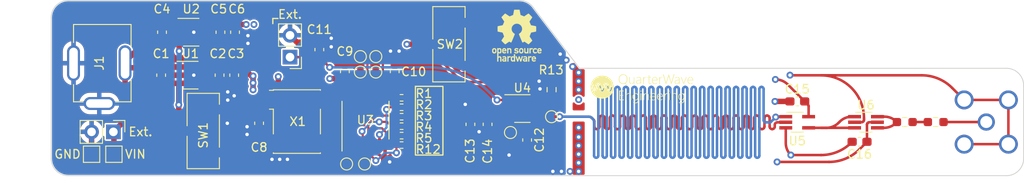
<source format=kicad_pcb>
(kicad_pcb (version 20211014) (generator pcbnew)
  (layers (0 "F.Cu" signal) (1 "In1.Cu" power) (2 "In2.Cu" mixed) (31 "B.Cu" power) (34 "B.Paste" user) (35 "F.Paste" user) (36 "B.SilkS" user "B.Silkscreen") (37 "F.SilkS" user "F.Silkscreen") (38 "B.Mask" user) (39 "F.Mask" user) (44 "Edge.Cuts" user))
  (net 0 "")
  (net 1 "+VDC")
  (net 2 "GND")
  (net 3 "VCC")
  (net 4 "+3V3")
  (net 5 "Net-(C10-Pad1)")
  (net 6 "Net-(C11-Pad1)")
  (net 7 "FTrig")
  (net 8 "Net-(J4-Pad1)")
  (net 9 "Net-(R1-Pad2)")
  (net 10 "Net-(R2-Pad2)")
  (net 11 "Net-(R3-Pad2)")
  (net 12 "Net-(R4-Pad2)")
  (net 13 "Net-(R5-Pad2)")
  (net 14 "Net-(R12-Pad2)")
  (net 15 "Net-(R13-Pad1)")
  (net 16 "Net-(R14-Pad1)")
  (net 17 "Net-(R14-Pad2)")
  (net 18 "PWR")
  (net 20 "Trig")
  (net 23 "Net-(U3-Pad10)")
  (net 24 "Net-(U5-Pad4)")
  (net 25 "Net-(U3-Pad13)")
  (net 26 "Net-(U3-Pad12)")
  (net 27 "Net-(U3-Pad14)")
  (net 28 "Net-(U3-Pad15)")
  (net 29 "Net-(U3-Pad1)")
  (net 30 "Net-(U3-Pad2)")
  (footprint "Symbol:OSHW-Logo_5.7x6mm_SilkScreen" (layer "F.Cu") (at 138.7 122.3)
    (fp_text reference "REF**" hide)
    (fp_text value "OSHW-Logo_5.7x6mm_SilkScreen" hide)
  )
  (footprint "Resistor_SMD:R_0402_1005Metric_Pad0.72x0.64mm_HandSolder" (layer "F.Cu") (at 125.290051 130.637062 180)
    (fp_text reference "R2")
    (fp_text value "0")
  )
  (footprint "Package_TO_SOT_SMD:SOT-23-6_Handsoldering" (layer "F.Cu") (at 139.35 130.786425)
    (fp_text reference "U4")
    (fp_text value "TS5A3159ADBVR")
  )
  (footprint "Capacitor_SMD:C_0603_1608Metric_Pad1.08x0.95mm_HandSolder" (layer "F.Cu") (at 97.3 126.9 -90)
    (fp_text reference "C1")
    (fp_text value "1μF")
  )
  (footprint "Package_TO_SOT_SMD:SOT-23-5_HandSoldering" (layer "F.Cu") (at 100.7 126.9)
    (fp_text reference "U1")
    (fp_text value "MIC5365-3.3YD5")
  )
  (footprint "Resistor_SMD:R_0603_1608Metric_Pad0.98x0.95mm_HandSolder" (layer "F.Cu") (at 142.75 128.586425 90)
    (fp_text reference "R13")
    (fp_text value "10kΩ")
  )
  (footprint "Capacitor_SMD:C_0603_1608Metric_Pad1.08x0.95mm_HandSolder" (layer "F.Cu") (at 124.487551 126.474562 90)
    (fp_text reference "C10")
    (fp_text value "100nF")
  )
  (footprint "TestPoint:TestPoint_Pad_1.5x1.5mm" (layer "F.Cu") (at 91.8 136.1)
    (fp_text reference "VIN")
    (fp_text value "V+")
  )
  (footprint "Package_TO_SOT_SMD:SOT-23-5_HandSoldering" (layer "F.Cu") (at 100.8 121.9)
    (fp_text reference "U2")
    (fp_text value "MIC5365-3.3YD5")
  )
  (footprint "Capacitor_SMD:C_0603_1608Metric_Pad1.08x0.95mm_HandSolder" (layer "F.Cu") (at 135.3 132.623925 -90)
    (fp_text reference "C14")
    (fp_text value "100nF")
  )
  (footprint "Resistor_SMD:R_0402_1005Metric_Pad0.72x0.64mm_HandSolder" (layer "F.Cu") (at 125.287551 129.537062 180)
    (fp_text reference "R1")
    (fp_text value "0")
  )
  (footprint "Oscillator:Oscillator_SMD_Abracon_ASV-4Pin_7.0x5.1mm" (layer "F.Cu") (at 113.1 132.3 -90)
    (fp_text reference "X1")
    (fp_text value "ASV-16MHz")
  )
  (footprint "QuarterWave:logoWithText12mm" (layer "F.Cu") (at 153.3 128.5)
    (fp_text reference "G***" hide)
    (fp_text value "LOGO" hide)
  )
  (footprint "TestPoint:TestPoint_Pad_D1.0mm" (layer "F.Cu") (at 120.487551 126.537062)
    (fp_text reference "8" hide)
    (fp_text value "7.81kHz")
  )
  (footprint "Capacitor_SMD:C_0603_1608Metric_Pad1.08x0.95mm_HandSolder" (layer "F.Cu") (at 105.9 121.9 -90)
    (fp_text reference "C6")
    (fp_text value "100nF")
  )
  (footprint "Package_SO:TSSOP-16_4.4x5mm_P0.65mm" (layer "F.Cu") (at 121.087551 132.137062 90)
    (fp_text reference "U3")
    (fp_text value "4020")
  )
  (footprint "TestPoint:TestPoint_Pad_1.5x1.5mm" (layer "F.Cu") (at 89.2 136.1)
    (fp_text reference "GND")
    (fp_text value "GND")
  )
  (footprint "Resistor_SMD:R_0402_1005Metric_Pad0.72x0.64mm_HandSolder" (layer "F.Cu") (at 125.290051 135.037062 180)
    (fp_text reference "R12")
    (fp_text value "0")
  )
  (footprint "ul_JS102011SCQN:JS102011SCQN" (layer "F.Cu") (at 130.8 123.3 180)
    (fp_text reference "SW2")
    (fp_text value "SW_SPDT")
  )
  (footprint "Resistor_SMD:R_0402_1005Metric_Pad0.72x0.64mm_HandSolder" (layer "F.Cu") (at 125.290051 131.737062 180)
    (fp_text reference "R3")
    (fp_text value "0")
  )
  (footprint "Capacitor_SMD:C_0603_1608Metric_Pad1.08x0.95mm_HandSolder" (layer "F.Cu") (at 105.8 126.9 -90)
    (fp_text reference "C3")
    (fp_text value "100nF")
  )
  (footprint "TestPoint:TestPoint_Pad_D1.0mm" (layer "F.Cu") (at 122.287551 126.537062)
    (fp_text reference "5" hide)
    (fp_text value "62.5kHz")
  )
  (footprint "Capacitor_SMD:C_0603_1608Metric_Pad1.08x0.95mm_HandSolder" (layer "F.Cu") (at 139.9 134.448925 -90)
    (fp_text reference "C12")
    (fp_text value "100nF")
  )
  (footprint "ul_JS102011SCQN:JS102011SCQN" (layer "F.Cu") (at 102.2 133.4 180)
    (fp_text reference "SW1")
    (fp_text value "SW_SPDT")
  )
  (footprint "Capacitor_SMD:C_0603_1608Metric_Pad1.08x0.95mm_HandSolder" (layer "F.Cu") (at 104.2 121.9 -90)
    (fp_text reference "C5")
    (fp_text value "1μF")
  )
  (footprint "Capacitor_SMD:C_0603_1608Metric_Pad1.08x0.95mm_HandSolder" (layer "F.Cu") (at 108.7 132.5 -90)
    (fp_text reference "C8")
    (fp_text value "10nF")
  )
  (footprint "Connector_PinHeader_2.54mm:PinHeader_1x02_P2.54mm_Vertical" (layer "F.Cu") (at 91.74 133.5 -90)
    (fp_text reference "Ext.")
    (fp_text value "Ext.")
  )
  (footprint "Capacitor_SMD:C_0603_1608Metric_Pad1.08x0.95mm_HandSolder" (layer "F.Cu") (at 104.1 126.9 -90)
    (fp_text reference "C2")
    (fp_text value "1μF")
  )
  (footprint "Resistor_SMD:R_0603_1608Metric_Pad0.98x0.95mm_HandSolder" (layer "F.Cu") (at 183.8625 132.356023 180)
    (fp_text reference "R14" hide)
    (fp_text value "10Ω 0.1%")
  )
  (footprint "TestPoint:TestPoint_Pad_D1.0mm" (layer "F.Cu") (at 118.887551 137.237062)
    (fp_text reference "TP9" hide)
    (fp_text value "3.91kHz")
  )
  (footprint "Connector_PinHeader_2.54mm:PinHeader_1x02_P2.54mm_Vertical" (layer "F.Cu") (at 112.3 124.8 180)
    (fp_text reference "Ext.")
    (fp_text value "Ext.")
  )
  (footprint "SMA_RightAngle:SMA-RightAngle" (layer "F.Cu") (at 193.35 132.356023)
    (fp_text reference "J4" hide)
    (fp_text value "50Ω")
  )
  (footprint "Capacitor_SMD:C_0603_1608Metric_Pad1.08x0.95mm_HandSolder" (layer "F.Cu") (at 118.687551 126.474562 90)
    (fp_text reference "C9")
    (fp_text value "100nF")
  )
  (footprint "Capacitor_SMD:C_0603_1608Metric_Pad1.08x0.95mm_HandSolder" (layer "F.Cu") (at 97.4 121.9 -90)
    (fp_text reference "C4")
    (fp_text value "1μF")
  )
  (footprint "TestPoint:TestPoint_Pad_D1.0mm" (layer "F.Cu") (at 120.987551 137.237062)
    (fp_text reference "TP10" hide)
    (fp_text value "1.95kHz")
  )
  (footprint "Resistor_SMD:R_0402_1005Metric_Pad0.72x0.64mm_HandSolder" (layer "F.Cu") (at 125.290051 133.937062 180)
    (fp_text reference "R5")
    (fp_text value "0")
  )
  (footprint "Package_TO_SOT_SMD:SOT-363_SC-70-6_Handsoldering" (layer "F.Cu") (at 179.35 132.38)
    (fp_text reference "U6")
    (fp_text value "74AUC2G34")
  )
  (footprint "Capacitor_SMD:C_0603_1608Metric_Pad1.08x0.95mm_HandSolder" (layer "F.Cu") (at 133.3 132.623925 -90)
    (fp_text reference "C13")
    (fp_text value "1μF")
  )
  (footprint "Capacitor_SMD:C_0603_1608Metric_Pad1.08x0.95mm_HandSolder" (layer "F.Cu") (at 171.35 129.956023)
    (fp_text reference "C15")
    (fp_text value "100nF")
  )
  (footprint "Capacitor_SMD:C_0603_1608Metric_Pad1.08x0.95mm_HandSolder" (layer "F.Cu") (at 178.6 134.656023 180)
    (fp_text reference "C16")
    (fp_text value "100nF")
  )
  (footprint "TestPoint:TestPoint_Pad_D1.0mm" (layer "F.Cu") (at 122.287551 124.737062)
    (fp_text reference "6" hide)
    (fp_text value "31.3kHz")
  )
  (footprint "Capacitor_SMD:C_0603_1608Metric_Pad1.08x0.95mm_HandSolder" (layer "F.Cu") (at 115.712551 123.924948 90)
    (fp_text reference "C11")
    (fp_text value "100nF")
  )
  (footprint "Package_TO_SOT_SMD:SOT-353_SC-70-5_Handsoldering" (layer "F.Cu") (at 171.340052 132.38)
    (fp_text reference "U5")
    (fp_text value "74AUC1G86")
  )
  (footprint "Resistor_SMD:R_0402_1005Metric_Pad0.72x0.64mm_HandSolder" (layer "F.Cu") (at 125.290051 132.837062 180)
    (fp_text reference "R4")
    (fp_text value "0")
  )
  (footprint "KLDX-0202-A:KLDX-0202-A" (layer "F.Cu") (at 87.1 125.5 90)
    (fp_text reference "J1")
    (fp_text value "Barrel_Jack")
  )
  (footprint "TestPoint:TestPoint_Pad_D1.0mm" (layer "F.Cu") (at 137.962551 133.573873)
    (fp_text reference "TP4" hide)
    (fp_text value "FrO")
  )
  (footprint "Resistor_SMD:R_0603_1608Metric_Pad0.98x0.95mm_HandSolder" (layer "F.Cu") (at 187.4625 132.356023 180)
    (fp_text reference "R15" hide)
    (fp_text value "15Ω 0.1%")
  )
  (footprint "TestPoint:TestPoint_Pad_D1.0mm" (layer "F.Cu") (at 142.742551 131.733873)
    (fp_text reference "TP3" hide)
    (fp_text value "Trig")
  )
  (footprint "TestPoint:TestPoint_Pad_D1.0mm" (layer "F.Cu") (at 120.487551 124.737062)
    (fp_text reference "7" hide)
    (fp_text value "15.6kHz")
  )
  (gr_line (start 110.3 120.3) (end 110.3 120.9) (layer "F.SilkS") (width 0.15))
  (gr_line (start 110.9 120.3) (end 110.3 120.3) (layer "F.SilkS") (width 0.15))
  (gr_rect (start 126.9 128.2) (end 130.1 136.2) (layer "F.SilkS") (width 0.15) (fill none))
  (gr_line (start 86.5 118.2) (end 139 118.2) (layer "Edge.Cuts") (width 0.1))
  (gr_line (start 197.7 128.1) (end 197.7 136.6) (layer "Edge.Cuts") (width 0.1))
  (gr_line (start 195.7 138.6) (end 86.5 138.6) (layer "Edge.Cuts") (width 0.1))
  (gr_line (start 84.5 136.6) (end 84.5 120.2) (layer "Edge.Cuts") (width 0.1))
  (gr_line (start 146 126.1) (end 195.7 126.1) (layer "Edge.Cuts") (width 0.1))
  (gr_arc (start 197.7 136.6) (mid 197.114214 138.014214) (end 195.7 138.6) (layer "Edge.Cuts") (width 0.1))
  (gr_arc (start 139 118.2) (mid 139.95577 118.443155) (end 140.67914 119.113497) (layer "Edge.Cuts") (width 0.1))
  (gr_line (start 140.67914 119.113497) (end 146 126.1) (layer "Edge.Cuts") (width 0.1))
  (gr_arc (start 86.5 138.6) (mid 85.085786 138.014214) (end 84.5 136.6) (layer "Edge.Cuts") (width 0.1))
  (gr_arc (start 84.5 120.2) (mid 85.085786 118.785786) (end 86.5 118.2) (layer "Edge.Cuts") (width 0.1))
  (gr_arc (start 195.7 126.1) (mid 197.114214 126.685786) (end 197.7 128.1) (layer "Edge.Cuts") (width 0.1))
  (segment (start 93.6375 126.0375) (end 93.1 125.5) (width 0.635) (layer "F.Cu") (net 1))
  (segment (start 91.8 133.56) (end 91.74 133.5) (width 0.635) (layer "F.Cu") (net 1))
  (segment (start 91.74 133.5) (end 93.1 132.14) (width 0.635) (layer "F.Cu") (net 1))
  (segment (start 98.965978 135.9) (end 93.1 130.034022) (width 0.635) (layer "F.Cu") (net 1))
  (segment (start 97.3 126.0375) (end 93.6375 126.0375) (width 0.635) (layer "F.Cu") (net 1))
  (segment (start 99.45 120.95) (end 97.4875 120.95) (width 0.635) (layer "F.Cu") (net 1))
  (segment (start 105.05 135.9) (end 98.965978 135.9) (width 0.635) (layer "F.Cu") (net 1))
  (segment (start 97.3875 125.95) (end 97.3 126.0375) (width 0.635) (layer "F.Cu") (net 1))
  (segment (start 97.4875 120.95) (end 97.4 121.0375) (width 0.635) (layer "F.Cu") (net 1))
  (segment (start 99.35 125.95) (end 97.3875 125.95) (width 0.635) (layer "F.Cu") (net 1))
  (segment (start 93.1 125.5) (end 93.1 125.3375) (width 0.635) (layer "F.Cu") (net 1))
  (segment (start 93.1 125.3375) (end 97.4 121.0375) (width 0.635) (layer "F.Cu") (net 1))
  (segment (start 93.1 132.14) (end 93.1 130.034022) (width 0.635) (layer "F.Cu") (net 1))
  (segment (start 93.1 130.034022) (end 93.1 125.5) (width 0.635) (layer "F.Cu") (net 1))
  (segment (start 91.8 136.1) (end 91.8 133.56) (width 0.635) (layer "F.Cu") (net 1))
  (segment (start 133.3 133.486425) (end 134.313575 133.486425) (width 0.635) (layer "F.Cu") (net 2))
  (segment (start 170.4875 129.956023) (end 168.75 129.956023) (width 0.635) (layer "F.Cu") (net 2))
  (segment (start 170.516196 126.916196) (end 170.5 126.9) (width 0.29337) (layer "F.Cu") (net 2))
  (segment (start 138.688575 135.311425) (end 137.8 136.2) (width 0.635) (layer "F.Cu") (net 2))
  (segment (start 179.116196 132.099829) (end 179.116196 131.916196) (width 0.29337) (layer "F.Cu") (net 2))
  (segment (start 177.7375 134.656023) (end 177.657989 134.735534) (width 0.29337) (layer "F.Cu") (net 2))
  (segment (start 174.116196 126.916196) (end 170.516196 126.916196) (width 0.29337) (layer "F.Cu") (net 2))
  (segment (start 170.595839 136.195839) (end 170.6 136.2) (width 0.29337) (layer "F.Cu") (net 2))
  (segment (start 98.2625 121.9) (end 97.4 122.7625) (width 0.635) (layer "F.Cu") (net 2))
  (segment (start 190.775 134.931023) (end 195.925 134.931023) (width 0.29337) (layer "F.Cu") (net 2))
  (segment (start 113.102448 123.062448) (end 112.3 122.26) (width 0.635) (layer "F.Cu") (net 2))
  (segment (start 89.2 133.5) (end 89.2 136.1) (width 0.635) (layer "F.Cu") (net 2))
  (segment (start 98.1625 126.9) (end 97.3 127.7625) (width 0.635) (layer "F.Cu") (net 2))
  (segment (start 111.1 134.84) (end 110.1775 134.84) (width 0.635) (layer "F.Cu") (net 2))
  (segment (start 179.012802 132.306776) (end 179.042973 132.276605) (width 0.29337) (layer "F.Cu") (net 2))
  (segment (start 104.0125 127.85) (end 104.1 127.7625) (width 0.635) (layer "F.Cu") (net 2))
  (segment (start 99.45 121.9) (end 98.2625 121.9) (width 0.635) (layer "F.Cu") (net 2))
  (segment (start 138 130.786425) (end 136.517364 130.786425) (width 0.635) (layer "F.Cu") (net 2))
  (segment (start 178.02 132.38) (end 178.836025 132.38) (width 0.29337) (layer "F.Cu") (net 2))
  (segment (start 174.122455 136.2) (end 170.6 136.2) (width 0.29337) (layer "F.Cu") (net 2))
  (segment (start 195.925 129.781023) (end 190.775 129.781023) (width 0.29337) (layer "F.Cu") (net 2))
  (segment (start 190.775 129.781023) (end 189.374639 128.380662) (width 0.29337) (layer "F.Cu") (net 2))
  (segment (start 115.712551 123.062448) (end 113.102448 123.062448) (width 0.635) (layer "F.Cu") (net 2))
  (segment (start 170.010052 133.03) (end 170.010052 134.781625) (width 0.29337) (layer "F.Cu") (net 2))
  (segment (start 99.35 126.9) (end 98.1625 126.9) (width 0.635) (layer "F.Cu") (net 2))
  (segment (start 139.9 135.311425) (end 138.688575 135.311425) (width 0.635) (layer "F.Cu") (net 2))
  (segment (start 185.839105 126.916196) (end 174.116196 126.916196) (width 0.29337) (layer "F.Cu") (net 2))
  (segment (start 123.362551 134.999562) (end 123.362551 136.462551) (width 0.29337) (layer "F.Cu") (net 2))
  (segment (start 135.409618 130.3) (end 132.7 130.3) (width 0.635) (layer "F.Cu") (net 2))
  (segment (start 135.810257 130.493532) (end 135.763171 130.446446) (width 0.635) (layer "F.Cu") (net 2))
  (segment (start 105.8125 122.85) (end 105.9 122.7625) (width 0.635) (layer "F.Cu") (net 2))
  (segment (start 195.925 129.781023) (end 195.925 134.931023) (width 0.29337) (layer "F.Cu") (net 2))
  (segment (start 105.7125 127.85) (end 105.8 127.7625) (width 0.635) (layer "F.Cu") (net 2))
  (segment (start 102.05 127.85) (end 105.7125 127.85) (width 0.635) (layer "F.Cu") (net 2))
  (segment (start 134.313575 133.486425) (end 135.3 133.486425) (width 0.635) (layer "F.Cu") (net 2))
  (segment (start 102.15 122.85) (end 105.8125 122.85) (width 0.635) (layer "F.Cu") (net 2))
  (segment (start 123.362551 136.462551) (end 123.9 137) (width 0.29337) (layer "F.Cu") (net 2))
  (via (at 117.1 122.6) (size 0.8) (drill 0.4) (layers "F.Cu" "B.Cu") (net 2))
  (via (at 145.9 136.1) (size 0.8) (drill 0.4) (layers "F.Cu" "B.Cu") (net 2))
  (via (at 105.05 128.85) (size 0.8) (drill 0.4) (layers "F.Cu" "B.Cu") (net 2))
  (via (at 132.7 130.3) (size 0.8) (drill 0.4) (layers "F.Cu" "B.Cu") (net 2))
  (via (at 105.8 129.3) (size 0.8) (drill 0.4) (layers "F.Cu" "B.Cu") (net 2))
  (via (at 125 124.1) (size 0.8) (drill 0.4) (layers "F.Cu" "B.Cu") (net 2))
  (via (at 144.9 138.1) (size 0.8) (drill 0.4) (layers "F.Cu" "B.Cu") (net 2))
  (via (at 145.2 125.9) (size 0.8) (drill 0.4) (layers "F.Cu" "B.Cu") (net 2))
  (via (at 107.4 123.2) (size 0.8) (drill 0.4) (layers "F.Cu" "B.Cu") (net 2))
  (via (at 107.4 122.3) (size 0.8) (drill 0.4) (layers "F.Cu" "B.Cu") (net 2))
  (via (at 107.3 132.9) (size 0.8) (drill 0.4) (layers "F.Cu" "B.Cu") (net 2))
  (via (at 110.2 136.7) (size 0.8) (drill 0.4) (layers "F.Cu" "B.Cu") (net 2))
  (via (at 101.1 126.9) (size 0.8) (drill 0.4) (layers "F.Cu" "B.Cu") (net 2))
  (via (at 145.9 133) (size 0.8) (drill 0.4) (layers "F.Cu" "B.Cu") (net 2))
  (via (at 112 136.7) (size 0.8) (drill 0.4) (layers "F.Cu" "B.Cu") (net 2))
  (via (at 101.1 121.9) (size 0.8) (drill 0.4) (layers "F.Cu" "B.Cu") (net 2))
  (via (at 170.5 126.9) (size 0.8) (drill 0.4) (layers "F.Cu" "B.Cu") (net 2))
  (via (at 142.9 138.1) (size 0.8) (drill 0.4) (layers "F.Cu" "B.Cu") (net 2))
  (via (at 143.75 124.45) (size 0.8) (drill 0.4) (layers "F.Cu" "B.Cu") (net 2))
  (via (at 145.9 135.1) (size 0.8) (drill 0.4) (layers "F.Cu" "B.Cu") (net 2))
  (via (at 145.9 127.6) (size 0.8) (drill 0.4) (layers "F.Cu" "B.Cu") (net 2))
  (via (at 144.45 125.15) (size 0.8) (drill 0.4) (layers "F.Cu" "B.Cu") (net 2))
  (via (at 145.9 128.6) (size 0.8) (drill 0.4) (layers "F.Cu" "B.Cu") (net 2))
  (via (at 143.9 138.1) (size 0.8) (drill 0.4) (layers "F.Cu" "B.Cu") (net 2))
  (via (at 145.9 137.1) (size 0.8) (drill 0.4) (layers "F.Cu" "B.Cu") (net 2))
  (via (at 137.8 136.2) (size 0.8) (drill 0.4) (layers "F.Cu" "B.Cu") (net 2))
  (via (at 105 132.5) (size 0.8) (drill 0.4) (layers "F.Cu" "B.Cu") (net 2))
  (via (at 107.3 133.8) (size 0.8) (drill 0.4) (layers "F.Cu" "B.Cu") (net 2))
  (via (at 141.4 128.5) (size 0.8) (drill 0.4) (layers "F.Cu" "B.Cu") (net 2))
  (via (at 168.75 129.956023) (size 0.8) (drill 0.4) (layers "F.Cu" "B.Cu") (net 2))
  (via (at 170.6 136.2) (size 0.8) (drill 0.4) (layers "F.Cu" "B.Cu") (net 2))
  (via (at 145.9 138.1) (size 0.8) (drill 0.4) (layers "F.Cu" "B.Cu") (net 2))
  (via (at 145.9 134.1) (size 0.8) (drill 0.4) (layers "F.Cu" "B.Cu") (net 2))
  (via (at 141.3 127.6) (size 0.8) (drill 0.4) (layers "F.Cu" "B.Cu") (net 2))
  (via (at 105.05 129.8) (size 0.8) (drill 0.4) (layers "F.Cu" "B.Cu") (net 2))
  (via (at 117.1 123.6) (size 0.8) (drill 0.4) (layers "F.Cu" "B.Cu") (net 2))
  (via (at 145.9 126.6) (size 0.8) (drill 0.4) (layers "F.Cu" "B.Cu") (net 2))
  (via (at 124 124.1) (size 0.8) (drill 0.4) (layers "F.Cu" "B.Cu") (net 2))
  (via (at 123.9 137) (size 0.8) (drill 0.4) (layers "F.Cu" "B.Cu") (net 2))
  (via (at 134.313575 133.486425) (size 0.8) (drill 0.4) (layers "F.Cu" "B.Cu") (net 2))
  (via (at 111.1 136.7) (size 0.8) (drill 0.4) (layers "F.Cu" "B.Cu") (net 2))
  (arc (start 178.836025 132.38) (mid 178.931696 132.36097) (end 179.012802 132.306776) (width 0.29337) (layer "F.Cu") (net 2))
  (arc (start 174.122455 136.2) (mid 176.035872 135.819398) (end 177.657989 134.735534) (width 0.29337) (layer "F.Cu") (net 2))
  (arc (start 135.763171 130.446446) (mid 135.600959 130.33806) (end 135.409618 130.3) (width 0.635) (layer "F.Cu") (net 2))
  (arc (start 174.116196 126.916196) (mid 177.65173 128.380662) (end 179.116196 131.916196) (width 0.29337) (layer "F.Cu") (net 2))
  (arc (start 189.374639 128.380662) (mid 187.752522 127.296798) (end 185.839105 126.916196) (width 0.29337) (layer "F.Cu") (net 2))
  (arc (start 179.042973 132.276605) (mid 179.097166 132.195499) (end 179.116196 132.099829) (width 0.29337) (layer "F.Cu") (net 2))
  (arc (start 136.517364 130.786425) (mid 136.134681 130.710305) (end 135.810257 130.493532) (width 0.635) (layer "F.Cu") (net 2))
  (arc (start 170.595839 136.195839) (mid 170.162293 135.546992) (end 170.010052 134.781625) (width 0.29337) (layer "F.Cu") (net 2))
  (segment (start 172.2125 129.956023) (end 171.850483 129.956023) (width 0.29337) (layer "F.Cu") (net 3))
  (segment (start 108 128.6) (end 108 127.2) (width 0.635) (layer "F.Cu") (net 3))
  (segment (start 104.0125 125.95) (end 104.1 126.0375) (width 0.635) (layer "F.Cu") (net 3))
  (segment (start 180.68 132.38) (end 179.740183 132.38) (width 0.29337) (layer "F.Cu") (net 3))
  (segment (start 175.047455 137) (end 169 137) (width 0.29337) (layer "F.Cu") (net 3))
  (segment (start 179.4625 132.657683) (end 179.4625 134.656023) (width 0.29337) (layer "F.Cu") (net 3))
  (segment (start 106.8 126) (end 105.8375 126) (width 0.635) (layer "F.Cu") (net 3))
  (segment (start 172.670052 131.73) (end 172.670052 130.517128) (width 0.29337) (layer "F.Cu") (net 3))
  (segment (start 168.82805 127.4) (end 168.8 127.4) (width 0.29337) (layer "F.Cu") (net 3))
  (segment (start 172.2125 129.956023) (end 170.242263 127.985786) (width 0.29337) (layer "F.Cu") (net 3))
  (segment (start 105.8375 126) (end 105.8 126.0375) (width 0.635) (layer "F.Cu") (net 3))
  (segment (start 108 127.2) (end 106.8 126) (width 0.635) (layer "F.Cu") (net 3))
  (segment (start 179.4625 134.656023) (end 178.582989 135.535534) (width 0.29337) (layer "F.Cu") (net 3))
  (segment (start 102.05 125.95) (end 105.7125 125.95) (width 0.635) (layer "F.Cu") (net 3))
  (segment (start 179.563406 132.453224) (end 179.535723 132.480907) (width 0.29337) (layer "F.Cu") (net 3))
  (segment (start 172.596828 130.340351) (end 172.2125 129.956023) (width 0.29337) (layer "F.Cu") (net 3))
  (via (at 169 137) (size 0.8) (drill 0.4) (layers "F.Cu" "B.Cu") (net 3))
  (via (at 108 127) (size 0.8) (drill 0.4) (layers "F.Cu" "B.Cu") (net 3))
  (via (at 108 128.6) (size 0.8) (drill 0.4) (layers "F.Cu" "B.Cu") (net 3))
  (via (at 108 127.8) (size 0.8) (drill 0.4) (layers "F.Cu" "B.Cu") (net 3))
  (via (at 168.8 127.4) (size 0.8) (drill 0.4) (layers "F.Cu" "B.Cu") (net 3))
  (via (at 145.9 129.75) (size 0.8) (drill 0.4) (layers "F.Cu" "B.Cu") (net 3))
  (arc (start 175.047455 137) (mid 176.960872 136.619398) (end 178.582989 135.535534) (width 0.29337) (layer "F.Cu") (net 3))
  (arc (start 179.740183 132.38) (mid 179.644512 132.39903) (end 179.563406 132.453224) (width 0.29337) (layer "F.Cu") (net 3))
  (arc (start 170.242263 127.985786) (mid 169.593417 127.552241) (end 168.82805 127.4) (width 0.29337) (layer "F.Cu") (net 3))
  (arc (start 172.670052 130.517128) (mid 172.651022 130.421457) (end 172.596828 130.340351) (width 0.29337) (layer "F.Cu") (net 3))
  (arc (start 179.4625 132.657683) (mid 179.48153 132.562012) (end 179.535723 132.480907) (width 0.29337) (layer "F.Cu") (net 3))
  (segment (start 139.573804 130.733599) (end 139.573804 129.988018) (width 0.29337) (layer "F.Cu") (net 4))
  (segment (start 139.280911 129.280911) (end 138.578679 128.578679) (width 0.29337) (layer "F.Cu") (net 4))
  (segment (start 115.1 129.76) (end 111.1 129.76) (width 0.635) (layer "F.Cu") (net 4))
  (segment (start 105.9 121.0375) (end 105.9375 121) (width 0.635) (layer "F.Cu") (net 4))
  (segment (start 115.1 129.76) (end 115.564613 129.76) (width 0.635) (layer "F.Cu") (net 4))
  (segment (start 110.932989 129.592989) (end 111.1 129.76) (width 0.635) (layer "F.Cu") (net 4))
  (segment (start 139.573804 133.260229) (end 139.9 133.586425) (width 0.29337) (layer "F.Cu") (net 4))
  (segment (start 131.47132 126.82132) (end 127.95 123.3) (width 0.29337) (layer "F.Cu") (net 4))
  (segment (start 139.62663 130.786425) (end 139.573804 130.839251) (width 0.29337) (layer "F.Cu") (net 4))
  (segment (start 108.7 131.6375) (end 109.2225 131.6375) (width 0.635) (layer "F.Cu") (net 4))
  (segment (start 118.650489 127.3) (end 118.687551 127.337062) (width 0.635) (layer "F.Cu") (net 4))
  (segment (start 109.2225 131.6375) (end 111.1 129.76) (width 0.635) (layer "F.Cu") (net 4))
  (segment (start 139.62663 130.786425) (end 139.573804 130.733599) (width 0.29337) (layer "F.Cu") (net 4))
  (segment (start 136.457359 127.7) (end 133.592641 127.7) (width 0.29337) (layer "F.Cu") (net 4))
  (segment (start 140.7 130.786425) (end 139.62663 130.786425) (width 0.29337) (layer "F.Cu") (net 4))
  (segment (start 105.9375 121) (end 107.2 121) (width 0.635) (layer "F.Cu") (net 4))
  (segment (start 118.812551 129.274562) (end 118.812551 127.462062) (width 0.29337) (layer "F.Cu") (net 4))
  (segment (start 118.812551 127.462062) (end 118.687551 127.337062) (width 0.29337) (layer "F.Cu") (net 4))
  (segment (start 102.15 120.95) (end 105.8125 120.95) (width 0.635) (layer "F.Cu") (net 4))
  (segment (start 139.573804 130.839251) (end 139.573804 133.260229) (width 0.29337) (layer "F.Cu") (net 4))
  (segment (start 111.2 129.66) (end 111.1 129.76) (width 0.635) (layer "F.Cu") (net 4))
  (segment (start 116.928253 127.3) (end 118.650489 127.3) (width 0.635) (layer "F.Cu") (net 4))
  (segment (start 125.9 123.3) (end 127.95 123.3) (width 0.635) (layer "F.Cu") (net 4))
  (segment (start 110.932989 127.067011) (end 110.932989 129.592989) (width 0.635) (layer "F.Cu") (net 4))
  (via (at 125.9 123.3) (size 0.8) (drill 0.4) (layers "F.Cu" "B.Cu") (net 4))
  (via (at 108.1 121) (size 0.8) (drill 0.4) (layers "F.Cu" "B.Cu") (net 4))
  (via (at 107.2 121) (size 0.8) (drill 0.4) (layers "F.Cu" "B.Cu") (net 4))
  (via (at 116.928253 127.3) (size 0.8) (drill 0.4) (layers "F.Cu" "B.Cu") (net 4))
  (via (at 110.932989 127.067011) (size 0.8) (drill 0.4) (layers "F.Cu" "B.Cu") (net 4))
  (arc (start 139.573804 129.988018) (mid 139.497684 129.605335) (end 139.280911 129.280911) (width 0.29337) (layer "F.Cu") (net 4))
  (arc (start 133.592641 127.7) (mid 132.44459 127.471638) (end 131.47132 126.82132) (width 0.29337) (layer "F.Cu") (net 4))
  (arc (start 136.457359 127.7) (mid 137.605409 127.928361) (end 138.578679 128.578679) (width 0.29337) (layer "F.Cu") (net 4))
  (segment (start 122.062551 129.274562) (end 122.062551 128.563816) (width 0.25) (layer "F.Cu") (net 5))
  (segment (start 123.289305 127.337062) (end 124.487551 127.337062) (width 0.25) (layer "F.Cu") (net 5))
  (segment (start 122.062551 128.563816) (end 123.289305 127.337062) (width 0.25) (layer "F.Cu") (net 5))
  (segment (start 115.712551 124.787448) (end 116.912551 125.987448) (width 0.29337) (layer "F.Cu") (net 6))
  (segment (start 136.4 129.786425) (end 137.95 129.786425) (width 0.29337) (layer "F.Cu") (net 6))
  (segment (start 115.699999 124.8) (end 115.712551 124.787448) (width 0.29337) (layer "F.Cu") (net 6))
  (segment (start 137.95 129.786425) (end 138 129.836425) (width 0.29337) (layer "F.Cu") (net 6))
  (segment (start 112.3 124.8) (end 115.699999 124.8) (width 0.29337) (layer "F.Cu") (net 6))
  (via (at 116.912551 125.987448) (size 0.8) (drill 0.4) (layers "F.Cu" "B.Cu") (net 6))
  (via (at 136.4 129.786425) (size 0.8) (drill 0.4) (layers "F.Cu" "B.Cu") (net 6))
  (segment (start 135.529955 128.91638) (end 136.4 129.786425) (width 0.29337) (layer "B.Cu") (net 6))
  (segment (start 116.912551 125.987448) (end 128.458887 125.987448) (width 0.29337) (layer "B.Cu") (net 6))
  (arc (start 128.458887 125.987448) (mid 132.285721 126.748653) (end 135.529955 128.91638) (width 0.29337) (layer "B.Cu") (net 6))
  (segment (start 125.885051 129.537062) (end 126.644948 130.296959) (width 0.29337) (layer "F.Cu") (net 7))
  (segment (start 126.012937 132.962448) (end 125.887551 132.837062) (width 0.29337) (layer "F.Cu") (net 7))
  (segment (start 138 131.736425) (end 135.325 131.736425) (width 0.29337) (layer "F.Cu") (net 7))
  (segment (start 137.962551 131.773874) (end 138 131.736425) (width 0.29337) (layer "F.Cu") (net 7))
  (segment (start 137.962551 133.573873) (end 137.962551 131.773874) (width 0.29337) (layer "F.Cu") (net 7))
  (segment (start 125.885051 135.034562) (end 125.887551 135.037062) (width 0.29337) (layer "F.Cu") (net 7))
  (segment (start 130.180482 131.761425) (end 133.3 131.761425) (width 0.29337) (layer "F.Cu") (net 7))
  (segment (start 135.325 131.736425) (end 135.3 131.761425) (width 0.29337) (layer "F.Cu") (net 7))
  (segment (start 133.275637 131.737062) (end 133.3 131.761425) (width 0.29337) (layer "F.Cu") (net 7))
  (segment (start 135.3 131.761425) (end 133.3 131.761425) (width 0.29337) (layer "F.Cu") (net 7))
  (segment (start 126.000489 130.75) (end 125.887551 130.637062) (width 0.29337) (layer "F.Cu") (net 7))
  (segment (start 137.975 131.761425) (end 138 131.736425) (width 0.29337) (layer "F.Cu") (net 7))
  (segment (start 125.885051 129.537062) (end 125.885051 135.034562) (width 0.29337) (layer "F.Cu") (net 7))
  (arc (start 126.644948 130.296959) (mid 128.267065 131.380823) (end 130.180482 131.761425) (width 0.29337) (layer "F.Cu") (net 7))
  (segment (start 188.375 132.356023) (end 193.35 132.356023) (width 0.29337) (layer "F.Cu") (net 8))
  (segment (start 123.478604 129.390615) (end 123.362551 129.274562) (width 0.25) (layer "F.Cu") (net 9))
  (segment (start 124.690051 129.537062) (end 123.832158 129.537062) (width 0.25) (layer "F.Cu") (net 9))
  (arc (start 123.478604 129.390615) (mid 123.640816 129.499002) (end 123.832158 129.537062) (width 0.25) (layer "F.Cu") (net 9))
  (segment (start 122.712551 134.999562) (end 122.712551 133.812062) (width 0.25) (layer "F.Cu") (net 10))
  (segment (start 123.787551 130.637062) (end 123.537551 130.887062) (width 0.25) (layer "F.Cu") (net 10))
  (segment (start 124.692551 130.637062) (end 123.787551 130.637062) (width 0.25) (layer "F.Cu") (net 10))
  (via (at 122.712551 133.812062) (size 0.8) (drill 0.4) (layers "F.Cu" "B.Cu") (net 10))
  (via (at 123.537551 130.887062) (size 0.8) (drill 0.4) (layers "F.Cu" "B.Cu") (net 10))
  (segment (start 123.537551 132.987062) (end 123.537551 130.887062) (width 0.25) (layer "B.Cu") (net 10))
  (segment (start 122.712551 133.812062) (end 123.537551 132.987062) (width 0.25) (layer "B.Cu") (net 10))
  (segment (start 122.712551 133.812062) (end 122.861863 133.812062) (width 0.25) (layer "B.Cu") (net 10))
  (segment (start 124.56804 131.612551) (end 122.387448 131.612551) (width 0.25) (layer "F.Cu") (net 11))
  (segment (start 121.412551 132.587448) (end 121.412551 134.999562) (width 0.25) (layer "F.Cu") (net 11))
  (segment (start 124.692551 131.737062) (end 124.56804 131.612551) (width 0.25) (layer "F.Cu") (net 11))
  (segment (start 122.387448 131.612551) (end 121.412551 132.587448) (width 0.25) (layer "F.Cu") (net 11))
  (segment (start 123.587551 132.337062) (end 122.687551 132.337062) (width 0.25) (layer "F.Cu") (net 12))
  (segment (start 124.087551 132.837062) (end 123.587551 132.337062) (width 0.25) (layer "F.Cu") (net 12))
  (segment (start 120.762551 133.512062) (end 120.687551 133.437062) (width 0.25) (layer "F.Cu") (net 12))
  (segment (start 120.762551 134.999562) (end 120.762551 133.512062) (width 0.25) (layer "F.Cu") (net 12))
  (segment (start 124.692551 132.837062) (end 124.087551 132.837062) (width 0.25) (layer "F.Cu") (net 12))
  (via (at 120.687551 133.437062) (size 0.8) (drill 0.4) (layers "F.Cu" "B.Cu") (net 12))
  (via (at 122.687551 132.337062) (size 0.8) (drill 0.4) (layers "F.Cu" "B.Cu") (net 12))
  (segment (start 121.787551 132.337062) (end 120.687551 133.437062) (width 0.25) (layer "B.Cu") (net 12))
  (segment (start 122.687551 132.337062) (end 121.787551 132.337062) (width 0.25) (layer "B.Cu") (net 12))
  (segment (start 124.692551 133.937062) (end 123.862165 133.937062) (width 0.25) (layer "F.Cu") (net 13))
  (segment (start 121.98804 133.511959) (end 121.98804 134.925051) (width 0.25) (layer "F.Cu") (net 13))
  (segment (start 123.862165 133.937062) (end 123.012654 133.087551) (width 0.25) (layer "F.Cu") (net 13))
  (segment (start 123.012654 133.087551) (end 122.412448 133.087551) (width 0.25) (layer "F.Cu") (net 13))
  (segment (start 121.98804 134.925051) (end 122.062551 134.999562) (width 0.25) (layer "F.Cu") (net 13))
  (segment (start 122.412448 133.087551) (end 121.98804 133.511959) (width 0.25) (layer "F.Cu") (net 13))
  (segment (start 120.112551 135.687423) (end 120.837679 136.412551) (width 0.25) (layer "F.Cu") (net 14))
  (segment (start 124.687551 135.937062) (end 124.687551 135.042062) (width 0.25) (layer "F.Cu") (net 14))
  (segment (start 121.86304 136.412551) (end 122.287551 136.837062) (width 0.25) (layer "F.Cu") (net 14))
  (segment (start 120.112551 134.999562) (end 120.112551 135.687423) (width 0.25) (layer "F.Cu") (net 14))
  (segment (start 124.687551 135.042062) (end 124.692551 135.037062) (width 0.25) (layer "F.Cu") (net 14))
  (segment (start 120.837679 136.412551) (end 121.86304 136.412551) (width 0.25) (layer "F.Cu") (net 14))
  (via (at 124.687551 135.937062) (size 0.8) (drill 0.4) (layers "F.Cu" "B.Cu") (net 14))
  (via (at 122.287551 136.837062) (size 0.8) (drill 0.4) (layers "F.Cu" "B.Cu") (net 14))
  (segment (start 122.436863 136.837062) (end 123.086962 136.186962) (width 0.25) (layer "B.Cu") (net 14))
  (segment (start 122.287551 136.837062) (end 122.436863 136.837062) (width 0.25) (layer "B.Cu") (net 14))
  (segment (start 124.687551 135.937062) (end 123.336862 135.937062) (width 0.25) (layer "B.Cu") (net 14))
  (segment (start 123.336862 135.937062) (end 123.086962 136.186962) (width 0.25) (layer "B.Cu") (net 14))
  (segment (start 140.7 129.836425) (end 140.7 129.614214) (width 0.29337) (layer "F.Cu") (net 15))
  (segment (start 140.407107 128.907107) (end 137.592893 126.092893) (width 0.29337) (layer "F.Cu") (net 15))
  (segment (start 136.885786 125.8) (end 133.65 125.8) (width 0.29337) (layer "F.Cu") (net 15))
  (segment (start 140.7 129.836425) (end 142.4125 129.836425) (width 0.29337) (layer "F.Cu") (net 15))
  (segment (start 142.4125 129.836425) (end 142.75 129.498925) (width 0.29337) (layer "F.Cu") (net 15))
  (arc (start 136.885786 125.8) (mid 137.268469 125.87612) (end 137.592893 126.092893) (width 0.29337) (layer "F.Cu") (net 15))
  (arc (start 140.7 129.614214) (mid 140.62388 129.231531) (end 140.407107 128.907107) (width 0.29337) (layer "F.Cu") (net 15))
  (segment (start 184.775 132.356023) (end 186.55 132.356023) (width 0.29337) (layer "F.Cu") (net 16))
  (segment (start 182.95 132.356023) (end 182.909763 132.315786) (width 0.29337) (layer "F.Cu") (net 17))
  (segment (start 182.86181 132.444213) (end 182.95 132.356023) (width 0.29337) (layer "F.Cu") (net 17))
  (segment (start 181.49555 131.73) (end 180.68 131.73) (width 0.29337) (layer "F.Cu") (net 17))
  (segment (start 180.68 133.03) (end 181.447596 133.03) (width 0.29337) (layer "F.Cu") (net 17))
  (arc (start 181.447596 133.03) (mid 182.212963 132.877759) (end 182.86181 132.444213) (width 0.29337) (layer "F.Cu") (net 17))
  (arc (start 181.49555 131.73) (mid 182.260917 131.882241) (end 182.909763 132.315786) (width 0.29337) (layer "F.Cu") (net 17))
  (segment (start 99.35 133.4) (end 99.35 130.35) (width 0.635) (layer "F.Cu") (net 18))
  (segment (start 99.4 122.9) (end 99.45 122.85) (width 0.635) (layer "F.Cu") (net 18))
  (segment (start 99.4 124.1) (end 99.4 122.9) (width 0.635) (layer "F.Cu") (net 18))
  (segment (start 99.35 127.85) (end 99.35 130.35) (width 0.635) (layer "F.Cu") (net 18))
  (via (at 99.4 124.1) (size 0.8) (drill 0.4) (layers "F.Cu" "B.Cu") (net 18))
  (via (at 99.35 130.35) (size 0.8) (drill 0.4) (layers "F.Cu" "B.Cu") (net 18))
  (segment (start 99.4 130.3) (end 99.4 124.1) (width 0.635) (layer "B.Cu") (net 18))
  (segment (start 99.35 130.35) (end 99.4 130.3) (width 0.635) (layer "B.Cu") (net 18))
  (segment (start 147.072997 131.733925) (end 143.690104 131.733925) (width 0.29337) (layer "F.Cu") (net 20))
  (segment (start 142.742551 131.733873) (end 140.702552 131.733873) (width 0.29337) (layer "F.Cu") (net 20))
  (segment (start 155.530104 131.899386) (end 155.530104 132.88051) (width 0.29337) (layer "F.Cu") (net 20))
  (segment (start 167.530104 131.899386) (end 167.530104 132.88051) (width 0.29337) (layer "F.Cu") (net 20))
  (segment (start 160.330104 131.899386) (end 160.330104 132.88051) (width 0.29337) (layer "F.Cu") (net 20))
  (segment (start 148.930104 132.88051) (end 148.930104 131.899386) (width 0.29337) (layer "F.Cu") (net 20))
  (segment (start 168.890052 131.73) (end 168.840052 131.78) (width 0.29337) (layer "F.Cu") (net 20))
  (segment (start 162.130104 132.88051) (end 162.130104 131.899386) (width 0.29337) (layer "F.Cu") (net 20))
  (segment (start 168.730104 132.689948) (end 168.730104 132.88051) (width 0.29337) (layer "F.Cu") (net 20))
  (segment (start 163.930104 131.899386) (end 163.930104 132.88051) (width 0.29337) (layer "F.Cu") (net 20))
  (segment (start 149.530104 131.899386) (end 149.530104 132.88051) (width 0.29337) (layer "F.Cu") (net 20))
  (segment (start 166.930104 132.88051) (end 166.930104 131.899386) (width 0.29337) (layer "F.Cu") (net 20))
  (segment (start 159.130104 131.899386) (end 159.130104 132.88051) (width 0.29337) (layer "F.Cu") (net 20))
  (segment (start 158.530104 132.88051) (end 158.530104 131.899386) (width 0.29337) (layer "F.Cu") (net 20))
  (segment (start 165.130104 131.899386) (end 165.130104 132.88051) (width 0.29337) (layer "F.Cu") (net 20))
  (segment (start 165.730104 132.88051) (end 165.730104 131.899386) (width 0.29337) (layer "F.Cu") (net 20))
  (segment (start 162.730104 131.899386) (end 162.730104 132.88051) (width 0.29337) (layer "F.Cu") (net 20))
  (segment (start 156.130104 132.88051) (end 156.130104 131.899386) (width 0.29337) (layer "F.Cu") (net 20))
  (segment (start 157.330104 132.88051) (end 157.330104 131.899386) (width 0.29337) (layer "F.Cu") (net 20))
  (segment (start 151.930104 131.899386) (end 151.930104 132.88051) (width 0.29337) (layer "F.Cu") (net 20))
  (segment (start 150.730104 131.899386) (end 150.730104 132.88051) (width 0.29337) (layer "F.Cu") (net 20))
  (segment (start 140.702552 131.733873) (end 140.7 131.736425) (width 0.29337) (layer "F.Cu") (net 20))
  (segment (start 153.730104 132.88051) (end 153.730104 131.899386) (width 0.29337) (layer "F.Cu") (net 20))
  (segment (start 170.000104 132.389948) (end 169.030104 132.389948) (width 0.29337) (layer "F.Cu") (net 20))
  (segment (start 156.730104 131.899386) (end 156.730104 132.88051) (width 0.29337) (layer "F.Cu") (net 20))
  (segment (start 150.130104 132.88051) (end 150.130104 131.899386) (width 0.29337) (layer "F.Cu") (net 20))
  (segment (start 164.530104 132.88051) (end 164.530104 131.899386) (width 0.29337) (layer "F.Cu") (net 20))
  (segment (start 154.930104 132.88051) (end 154.930104 131.899386) (width 0.29337) (layer "F.Cu") (net 20))
  (segment (start 154.330104 131.899386) (end 154.330104 132.88051) (width 0.29337) (layer "F.Cu") (net 20))
  (segment (start 166.330104 131.899386) (end 166.330104 132.88051) (width 0.29337) (layer "F.Cu") (net 20))
  (segment (start 163.330104 132.88051) (end 163.330104 131.899386) (width 0.29337) (layer "F.Cu") (net 20))
  (segment (start 159.730104 132.88051) (end 159.730104 131.899386) (width 0.29337) (layer "F.Cu") (net 20))
  (segment (start 161.530104 131.899386) (end 161.530104 132.88051) (width 0.29337) (layer "F.Cu") (net 20))
  (segment (start 143.690104 131.733925) (end 143.690052 131.733873) (width 0.29337) (layer "F.Cu") (net 20))
  (segment (start 168.130104 132.88051) (end 168.130104 131.899386) (width 0.29337) (layer "F.Cu") (net 20))
  (segment (start 147.65688 132.110701) (end 147.42655 131.880371) (width 0.29337) (layer "F.Cu") (net 20))
  (segment (start 153.130104 131.899386) (end 153.130104 132.88051) (width 0.29337) (layer "F.Cu") (net 20))
  (segment (start 148.330104 131.899386) (end 148.330104 132.88051) (width 0.29337) (layer "F.Cu") (net 20))
  (segment (start 160.930104 132.88051) (end 160.930104 131.899386) (width 0.29337) (layer "F.Cu") (net 20))
  (segment (start 152.530104 132.88051) (end 152.530104 131.899386) (width 0.29337) (layer "F.Cu") (net 20))
  (segment (start 151.330104 132.88051) (end 151.330104 131.899386) (width 0.29337) (layer "F.Cu") (net 20))
  (segment (start 147.730104 132.88051) (end 147.730104 132.287478) (width 0.29337) (layer "F.Cu") (net 20))
  (segment (start 170.010052 132.38) (end 170.000104 132.389948) (width 0.29337) (layer "F.Cu") (net 20))
  (segment (start 157.930104 131.899386) (end 157.930104 132.88051) (width 0.29337) (layer "F.Cu") (net 20))
  (segment (start 142.742551 131.733873) (end 143.690052 131.733873) (width 0.29337) (layer "F.Cu") (net 20))
  (segment (start 170.010052 131.73) (end 168.890052 131.73) (width 0.29337) (layer "F.Cu") (net 20))
  (via (at 143.690052 131.733873) (size 0.8) (drill 0.4) (layers "F.Cu" "B.Cu") (net 20))
  (via (at 168.840052 131.78) (size 0.8) (drill 0.4) (layers "F.Cu" "B.Cu") (net 20))
  (arc (start 168.730104 132.88051) (mid 168.642236 133.092642) (end 168.430104 133.18051) (width 0.29337) (layer "F.Cu") (net 20))
  (arc (start 147.072997 131.733925) (mid 147.264338 131.771985) (end 147.42655 131.880371) (width 0.29337) (layer "F.Cu") (net 20))
  (arc (start 154.630104 131.599386) (mid 154.417972 131.687254) (end 154.330104 131.899386) (width 0.29337) (layer "F.Cu") (net 20))
  (arc (start 148.330104 132.88051) (mid 148.242236 133.092642) (end 148.030104 133.18051) (width 0.29337) (layer "F.Cu") (net 20))
  (arc (start 164.830104 133.18051) (mid 164.617972 133.092642) (end 164.530104 132.88051) (width 0.29337) (layer "F.Cu") (net 20))
  (arc (start 150.430104 133.18051) (mid 150.217972 133.092642) (end 150.130104 132.88051) (width 0.29337) (layer "F.Cu") (net 20))
  (arc (start 166.330104 132.88051) (mid 166.242236 133.092642) (end 166.030104 133.18051) (width 0.29337) (layer "F.Cu") (net 20))
  (arc (start 148.630104 131.599386) (mid 148.417972 131.687254) (end 148.330104 131.899386) (width 0.29337) (layer "F.Cu") (net 20))
  (arc (start 155.230104 133.18051) (mid 155.017972 133.092642) (end 154.930104 132.88051) (width 0.29337) (layer "F.Cu") (net 20))
  (arc (start 159.130104 132.88051) (mid 159.042236 133.092642) (end 158.830104 133.18051) (width 0.29337) (layer "F.Cu") (net 20))
  (arc (start 162.430104 133.18051) (mid 162.217972 133.092642) (end 162.130104 132.88051) (width 0.29337) (layer "F.Cu") (net 20))
  (arc (start 151.930104 132.88051) (mid 151.842236 133.092642) (end 151.630104 133.18051) (width 0.29337) (layer "F.Cu") (net 20))
  (arc (start 148.030104 133.18051) (mid 147.817972 133.092642) (end 147.730104 132.88051) (width 0.29337) (layer "F.Cu") (net 20))
  (arc (start 157.630104 133.18051) (mid 157.417972 133.092642) (end 157.330104 132.88051) (width 0.29337) (layer "F.Cu") (net 20))
  (arc (start 152.830104 133.18051) (mid 152.617972 133.092642) (end 152.530104 132.88051) (width 0.29337) (layer "F.Cu") (net 20))
  (arc (start 165.730104 131.899386) (mid 165.642236 131.687254) (end 165.430104 131.599386) (width 0.29337) (layer "F.Cu") (net 20))
  (arc (start 160.930104 131.899386) (mid 160.842236 131.687254) (end 160.630104 131.599386) (width 0.29337) (layer "F.Cu") (net 20))
  (arc (start 153.730104 131.899386) (mid 153.642236 131.687254) (end 153.430104 131.599386) (width 0.29337) (layer "F.Cu") (net 20))
  (arc (start 166.030104 133.18051) (mid 165.817972 133.092642) (end 165.730104 132.88051) (width 0.29337) (layer "F.Cu") (net 20))
  (arc (start 153.130104 132.88051) (mid 153.042236 133.092642) (end 152.830104 133.18051) (width 0.29337) (layer "F.Cu") (net 20))
  (arc (start 164.530104 131.899386) (mid 164.442236 131.687254) (end 164.230104 131.599386) (width 0.29337) (layer "F.Cu") (net 20))
  (arc (start 163.030104 131.599386) (mid 162.817972 131.687254) (end 162.730104 131.899386) (width 0.29337) (layer "F.Cu") (net 20))
  (arc (start 150.730104 132.88051) (mid 150.642236 133.092642) (end 150.430104 133.18051) (width 0.29337) (layer "F.Cu") (net 20))
  (arc (start 167.830104 131.599386) (mid 167.617972 131.687254) (end 167.530104 131.899386) (width 0.29337) (layer "F.Cu") (net 20))
  (arc (start 148.930104 131.899386) (mid 148.842236 131.687254) (end 148.630104 131.599386) (width 0.29337) (layer "F.Cu") (net 20))
  (arc (start 151.030104 131.599386) (mid 150.817972 131.687254) (end 150.730104 131.899386) (width 0.29337) (layer "F.Cu") (net 20))
  (arc (start 165.130104 132.88051) (mid 165.042236 133.092642) (end 164.830104 133.18051) (width 0.29337) (layer "F.Cu") (net 20))
  (arc (start 168.130104 131.899386) (mid 168.042236 131.687254) (end 167.830104 131.599386) (width 0.29337) (layer "F.Cu") (net 20))
  (arc (start 158.530104 131.899386) (mid 158.442236 131.687254) (end 158.230104 131.599386) (width 0.29337) (layer "F.Cu") (net 20))
  (arc (start 168.430104 133.18051) (mid 168.217972 133.092642) (end 168.130104 132.88051) (width 0.29337) (layer "F.Cu") (net 20))
  (arc (start 147.730104 132.287478) (mid 147.711074 132.191807) (end 147.65688 132.110701) (width 0.29337) (layer "F.Cu") (net 20))
  (arc (start 165.430104 131.599386) (mid 165.217972 131.687254) (end 165.130104 131.899386) (width 0.29337) (layer "F.Cu") (net 20))
  (arc (start 159.730104 131.899386) (mid 159.642236 131.687254) (end 159.430104 131.599386) (width 0.29337) (layer "F.Cu") (net 20))
  (arc (start 167.530104 132.88051) (mid 167.442236 133.092642) (end 167.230104 133.18051) (width 0.29337) (layer "F.Cu") (net 20))
  (arc (start 151.630104 133.18051) (mid 151.417972 133.092642) (end 151.330104 132.88051) (width 0.29337) (layer "F.Cu") (net 20))
  (arc (start 162.730104 132.88051) (mid 162.642236 133.092642) (end 162.430104 133.18051) (width 0.29337) (layer "F.Cu") (net 20))
  (arc (start 166.930104 131.899386) (mid 166.842236 131.687254) (end 166.630104 131.599386) (width 0.29337) (layer "F.Cu") (net 20))
  (arc (start 149.230104 133.18051) (mid 149.017972 133.092642) (end 148.930104 132.88051) (width 0.29337) (layer "F.Cu") (net 20))
  (arc (start 152.530104 131.899386) (mid 152.442236 131.687254) (end 152.230104 131.599386) (width 0.29337) (layer "F.Cu") (net 20))
  (arc (start 158.830104 133.18051) (mid 158.617972 133.092642) (end 158.530104 132.88051) (width 0.29337) (layer "F.Cu") (net 20))
  (arc (start 163.630104 133.18051) (mid 163.417972 133.092642) (end 163.330104 132.88051) (width 0.29337) (layer "F.Cu") (net 20))
  (arc (start 151.330104 131.899386) (mid 151.242236 131.687254) (end 151.030104 131.599386) (width 0.29337) (layer "F.Cu") (net 20))
  (arc (start 163.930104 132.88051) (mid 163.842236 133.092642) (end 163.630104 133.18051) (width 0.29337) (layer "F.Cu") (net 20))
  (arc (start 153.430104 131.599386) (mid 153.217972 131.687254) (end 153.130104 131.899386) (width 0.29337) (layer "F.Cu") (net 20))
  (arc (start 149.530104 132.88051) (mid 149.442236 133.092642) (end 149.230104 133.18051) (width 0.29337) (layer "F.Cu") (net 20))
  (arc (start 159.430104 131.599386) (mid 159.217972 131.687254) (end 159.130104 131.899386) (width 0.29337) (layer "F.Cu") (net 20))
  (arc (start 164.230104 131.599386) (mid 164.017972 131.687254) (end 163.930104 131.899386) (width 0.29337) (layer "F.Cu") (net 20))
  (arc (start 157.030104 131.599386) (mid 156.817972 131.687254) (end 156.730104 131.899386) (width 0.29337) (layer "F.Cu") (net 20))
  (arc (start 160.630104 131.599386) (mid 160.417972 131.687254) (end 160.330104 131.899386) (width 0.29337) (layer "F.Cu") (net 20))
  (arc (start 160.330104 132.88051) (mid 160.242236 133.092642) (end 160.030104 133.18051) (width 0.29337) (layer "F.Cu") (net 20))
  (arc (start 156.130104 131.899386) (mid 156.042236 131.687254) (end 155.830104 131.599386) (width 0.29337) (layer "F.Cu") (net 20))
  (arc (start 156.730104 132.88051) (mid 156.642236 133.092642) (end 156.430104 133.18051) (width 0.29337) (layer "F.Cu") (net 20))
  (arc (start 167.230104 133.18051) (mid 167.017972 133.092642) (end 166.930104 132.88051) (width 0.29337) (layer "F.Cu") (net 20))
  (arc (start 154.930104 131.899386) (mid 154.842236 131.687254) (end 154.630104 131.599386) (width 0.29337) (layer "F.Cu") (net 20))
  (arc (start 156.430104 133.18051) (mid 156.217972 133.092642) (end 156.130104 132.88051) (width 0.29337) (layer "F.Cu") (net 20))
  (arc (start 158.230104 131.599386) (mid 158.017972 131.687254) (end 157.930104 131.899386) (width 0.29337) (layer "F.Cu") (net 20))
  (arc (start 157.930104 132.88051) (mid 157.842236 133.092642) (end 157.630104 133.18051) (width 0.29337) (layer "F.Cu") (net 20))
  (arc (start 149.830104 131.599386) (mid 149.617972 131.687254) (end 149.530104 131.899386) (width 0.29337) (layer "F.Cu") (net 20))
  (arc (start 157.330104 131.899386) (mid 157.242236 131.687254) (end 157.030104 131.599386) (width 0.29337) (layer "F.Cu") (net 20))
  (arc (start 154.030104 133.18051) (mid 153.817972 133.092642) (end 153.730104 132.88051) (width 0.29337) (layer "F.Cu") (net 20))
  (arc (start 160.030104 133.18051) (mid 159.817972 133.092642) (end 159.730104 132.88051) (width 0.29337) (layer "F.Cu") (net 20))
  (arc (start 150.130104 131.899386) (mid 150.042236 131.687254) (end 149.830104 131.599386) (width 0.29337) (layer "F.Cu") (net 20))
  (arc (start 152.230104 131.599386) (mid 152.017972 131.687254) (end 151.930104 131.899386) (width 0.29337) (layer "F.Cu") (net 20))
  (arc (start 163.330104 131.899386) (mid 163.242236 131.687254) (end 163.030104 131.599386) (width 0.29337) (layer "F.Cu") (net 20))
  (arc (start 155.530104 132.88051) (mid 155.442236 133.092642) (end 155.230104 133.18051) (width 0.29337) (layer "F.Cu") (net 20))
  (arc (start 161.230104 133.18051) (mid 161.017972 133.092642) (end 160.930104 132.88051) (width 0.29337) (layer "F.Cu") (net 20))
  (arc (start 166.630104 131.599386) (mid 166.417972 131.687254) (end 166.330104 131.899386) (width 0.29337) (layer "F.Cu") (net 20))
  (arc (start 169.030104 132.389948) (mid 168.817972 132.477816) (end 168.730104 132.689948) (width 0.29337) (layer "F.Cu") (net 20))
  (arc (start 162.130104 131.899386) (mid 162.042236 131.687254) (end 161.830104 131.599386) (width 0.29337) (layer "F.Cu") (net 20))
  (arc (start 161.530104 132.88051) (mid 161.442236 133.092642) (end 161.230104 133.18051) (width 0.29337) (layer "F.Cu") (net 20))
  (arc (start 155.830104 131.599386) (mid 155.617972 131.687254) (end 155.530104 131.899386) (width 0.29337) (layer "F.Cu") (net 20))
  (arc (start 154.330104 132.88051) (mid 154.242236 133.092642) (end 154.030104 133.18051) (width 0.29337) (layer "F.Cu") (net 20))
  (arc (start 161.830104 131.599386) (mid 161.617972 131.687254) (end 161.530104 131.899386) (width 0.29337) (layer "F.Cu") (net 20))
  (segment (start 162.004415 128.514211) (end 162.004415 136.265685) (width 0.29337) (layer "B.Cu") (net 20))
  (segment (start 155.590605 136.265685) (end 155.590605 128.514211) (width 0.29337) (layer "B.Cu") (net 20))
  (segment (start 148.683425 136.265685) (end 148.683425 128.514211) (width 0.29337) (layer "B.Cu") (net 20))
  (segment (start 166.938115 128.514211) (end 166.938115 136.265685) (width 0.29337) (layer "B.Cu") (net 20))
  (segment (start 160.030935 128.514211) (end 160.030935 136.265685) (width 0.29337) (layer "B.Cu") (net 20))
  (segment (start 160.524305 136.265685) (end 160.524305 128.514211) (width 0.29337) (layer "B.Cu") (net 20))
  (segment (start 161.511045 136.265685) (end 161.511045 128.514211) (width 0.29337) (layer "B.Cu") (net 20))
  (segment (start 165.951375 128.514211) (end 165.951375 136.265685) (width 0.29337) (layer "B.Cu") (net 20))
  (segment (start 148.190055 128.514211) (end 148.190055 136.265685) (width 0.29337) (layer "B.Cu") (net 20))
  (segment (start 157.070715 128.514211) (end 157.070715 136.265685) (width 0.29337) (layer "B.Cu") (net 20))
  (segment (start 149.176795 128.514211) (end 149.176795 136.265685) (width 0.29337) (layer "B.Cu") (net 20))
  (segment (start 152.630385 136.265685) (end 152.630385 128.514211) (width 0.29337) (layer "B.Cu") (net 20))
  (segment (start 152.137015 128.514211) (end 152.137015 136.265685) (width 0.29337) (layer "B.Cu") (net 20))
  (segment (start 163.484525 136.265685) (end 163.484525 128.514211) (width 0.29337) (layer "B.Cu") (net 20))
  (segment (start 150.656905 136.265685) (end 150.656905 128.514211) (width 0.29337) (layer "B.Cu") (net 20))
  (segment (start 159.044195 128.514211) (end 159.044195 136.265685) (width 0.29337) (layer "B.Cu") (net 20))
  (segment (start 164.964635 128.514211) (end 164.964635 136.265685) (width 0.29337) (layer "B.Cu") (net 20))
  (segment (start 147.696685 136.265685) (end 147.696685 132.337717) (width 0.29337) (layer "B.Cu") (net 20))
  (segment (start 163.977895 128.514211) (end 163.977895 136.265685) (width 0.29337) (layer "B.Cu") (net 20))
  (segment (start 166.444745 136.265685) (end 166.444745 128.514211) (width 0.29337) (layer "B.Cu") (net 20))
  (segment (start 156.083975 128.514211) (end 156.083975 136.265685) (width 0.29337) (layer "B.Cu") (net 20))
  (segment (start 149.670165 136.265685) (end 149.670165 128.514211) (width 0.29337) (layer "B.Cu") (net 20))
  (segment (start 155.097235 128.514211) (end 155.097235 136.265685) (width 0.29337) (layer "B.Cu") (net 20))
  (segment (start 168.230104 132.389948) (end 167.67817 132.389948) (width 0.29337) (layer "B.Cu") (net 20))
  (segment (start 151.150275 128.514211) (end 151.150275 136.265685) (width 0.29337) (layer "B.Cu") (net 20))
  (segment (start 161.017675 128.514211) (end 161.017675 136.265685) (width 0.29337) (layer "B.Cu") (net 20))
  (segment (start 154.603865 136.265685) (end 154.603865 128.514211) (width 0.29337) (layer "B.Cu") (net 20))
  (segment (start 168.840052 131.78) (end 168.230104 132.389948) (width 0.29337) (layer "B.Cu") (net 20))
  (segment (start 158.550825 136.265685) (end 158.550825 128.514211) (width 0.29337) (layer "B.Cu") (net 20))
  (segment (start 147.092893 131.733925) (end 143.690104 131.733925) (width 0.29337) (layer "B.Cu") (net 20))
  (segment (start 150.163535 128.514211) (end 150.163535 136.265685) (width 0.29337) (layer "B.Cu") (net 20))
  (segment (start 167.431485 132.143263) (end 167.431485 128.514211) (width 0.29337) (layer "B.Cu") (net 20))
  (segment (start 165.458005 136.265685) (end 165.458005 128.514211) (width 0.29337) (layer "B.Cu") (net 20))
  (segment (start 153.617125 136.265685) (end 153.617125 128.514211) (width 0.29337) (layer "B.Cu") (net 20))
  (segment (start 147.550238 131.984163) (end 147.446446 131.880371) (width 0.29337) (layer "B.Cu") (net 20))
  (segment (start 153.123755 128.514211) (end 153.123755 136.265685) (width 0.29337) (layer "B.Cu") (net 20))
  (segment (start 162.991155 128.514211) (end 162.991155 136.265685) (width 0.29337) (layer "B.Cu") (net 20))
  (segment (start 156.577345 136.265685) (end 156.577345 128.514211) (width 0.29337) (layer "B.Cu") (net 20))
  (segment (start 157.564085 136.265685) (end 157.564085 128.514211) (width 0.29337) (layer "B.Cu") (net 20))
  (segment (start 143.690104 131.733925) (end 143.690052 131.733873) (width 0.29337) (layer "B.Cu") (net 20))
  (segment (start 159.537565 136.265685) (end 159.537565 128.514211) (width 0.29337) (layer "B.Cu") (net 20))
  (segment (start 151.643645 136.265685) (end 151.643645 128.514211) (width 0.29337) (layer "B.Cu") (net 20))
  (segment (start 164.471265 136.265685) (end 164.471265 128.514211) (width 0.29337) (layer "B.Cu") (net 20))
  (segment (start 162.497785 136.265685) (end 162.497785 128.514211) (width 0.29337) (layer "B.Cu") (net 20))
  (segment (start 158.057455 128.514211) (end 158.057455 136.265685) (width 0.29337) (layer "B.Cu") (net 20))
  (segment (start 154.110495 128.514211) (end 154.110495 136.265685) (width 0.29337) (layer "B.Cu") (net 20))
  (arc (start 148.683425 128.514211) (mid 148.611173 128.339778) (end 148.43674 128.267526) (width 0.29337) (layer "B.Cu") (net 20))
  (arc (start 158.550825 128.514211) (mid 158.478573 128.339778) (end 158.30414 128.267526) (width 0.29337) (layer "B.Cu") (net 20))
  (arc (start 158.79751 136.51237) (mid 158.623077 136.440118) (end 158.550825 136.265685) (width 0.29337) (layer "B.Cu") (net 20))
  (arc (start 164.964635 136.265685) (mid 164.892383 136.440118) (end 164.71795 136.51237) (width 0.29337) (layer "B.Cu") (net 20))
  (arc (start 160.524305 128.514211) (mid 160.452053 128.339778) (end 160.27762 128.267526) (width 0.29337) (layer "B.Cu") (net 20))
  (arc (start 153.37044 128.267526) (mid 153.196007 128.339778) (end 153.123755 128.514211) (width 0.29337) (layer "B.Cu") (net 20))
  (arc (start 158.30414 128.267526) (mid 158.129707 128.339778) (end 158.057455 128.514211) (width 0.29337) (layer "B.Cu") (net 20))
  (arc (start 165.951375 136.265685) (mid 165.879123 136.440118) (end 165.70469 136.51237) (width 0.29337) (layer "B.Cu") (net 20))
  (arc (start 167.431485 128.514211) (mid 167.359233 128.339778) (end 167.1848 128.267526) (width 0.29337) (layer "B.Cu") (net 20))
  (arc (start 153.123755 136.265685) (mid 153.051503 136.440118) (end 152.87707 136.51237) (width 0.29337) (layer "B.Cu") (net 20))
  (arc (start 148.43674 128.267526) (mid 148.262307 128.339778) (end 148.190055 128.514211) (width 0.29337) (layer "B.Cu") (net 20))
  (arc (start 162.004415 136.265685) (mid 161.932163 136.440118) (end 161.75773 136.51237) (width 0.29337) (layer "B.Cu") (net 20))
  (arc (start 162.74447 136.51237) (mid 162.570037 136.440118) (end 162.497785 136.265685) (width 0.29337) (layer "B.Cu") (net 20))
  (arc (start 155.83729 136.51237) (mid 155.662857 136.440118) (end 155.590605 136.265685) (width 0.29337) (layer "B.Cu") (net 20))
  (arc (start 147.94337 136.51237) (mid 147.768937 136.440118) (end 147.696685 136.265685) (width 0.29337) (layer "B.Cu") (net 20))
  (arc (start 149.91685 136.51237) (mid 149.742417 136.440118) (end 149.670165 136.265685) (width 0.29337) (layer "B.Cu") (net 20))
  (arc (start 151.643645 128.514211) (mid 151.571393 128.339778) (end 151.39696 128.267526) (width 0.29337) (layer "B.Cu") (net 20))
  (arc (start 157.070715 136.265685) (mid 156.998463 136.440118) (end 156.82403 136.51237) (width 0.29337) (layer "B.Cu") (net 20))
  (arc (start 163.977895 136.265685) (mid 163.905643 136.440118) (end 163.73121 136.51237) (width 0.29337) (layer "B.Cu") (net 20))
  (arc (start 153.617125 128.514211) (mid 153.544873 128.339778) (end 153.37044 128.267526) (width 0.29337) (layer "B.Cu") (net 20))
  (arc (start 166.69143 136.51237) (mid 166.516997 136.440118) (end 166.444745 136.265685) (width 0.29337) (layer "B.Cu") (net 20))
  (arc (start 158.057455 136.265685) (mid 157.985203 136.440118) (end 157.81077 136.51237) (width 0.29337) (layer "B.Cu") (net 20))
  (arc (start 151.89033 136.51237) (mid 151.715897 136.440118) (end 151.643645 136.265685) (width 0.29337) (layer "B.Cu") (net 20))
  (arc (start 166.938115 136.265685) (mid 166.865863 136.440118) (end 166.69143 136.51237) (width 0.29337) (layer "B.Cu") (net 20))
  (arc (start 154.110495 136.265685) (mid 154.038243 136.440118) (end 153.86381 136.51237) (width 0.29337) (layer "B.Cu") (net 20))
  (arc (start 162.991155 136.265685) (mid 162.918903 136.440118) (end 162.74447 136.51237) (width 0.29337) (layer "B.Cu") (net 20))
  (arc (start 151.39696 128.267526) (mid 151.222527 128.339778) (end 151.150275 128.514211) (width 0.29337) (layer "B.Cu") (net 20))
  (arc (start 157.3174 128.267526) (mid 157.142967 128.339778) (end 157.070715 128.514211) (width 0.29337) (layer "B.Cu") (net 20))
  (arc (start 159.29088 128.267526) (mid 159.116447 128.339778) (end 159.044195 128.514211) (width 0.29337) (layer "B.Cu") (net 20))
  (arc (start 164.71795 136.51237) (mid 164.543517 136.440118) (end 164.471265 136.265685) (width 0.29337) (layer "B.Cu") (net 20))
  (arc (start 156.577345 128.514211) (mid 156.505093 128.339778) (end 156.33066 128.267526) (width 0.29337) (layer "B.Cu") (net 20))
  (arc (start 159.044195 136.265685) (mid 158.971943 136.440118) (end 158.79751 136.51237) (width 0.29337) (layer "B.Cu") (net 20))
  (arc (start 150.41022 128.267526) (mid 150.235787 128.339778) (end 150.163535 128.514211) (width 0.29337) (layer "B.Cu") (net 20))
  (arc (start 154.35718 128.267526) (mid 154.182747 128.339778) (end 154.110495 128.514211) (width 0.29337) (layer "B.Cu") (net 20))
  (arc (start 167.1848 128.267526) (mid 167.010367 128.339778) (end 166.938115 128.514211) (width 0.29337) (layer "B.Cu") (net 20))
  (arc (start 154.85055 136.51237) (mid 154.676117 136.440118) (end 154.603865 136.265685) (width 0.29337) (layer "B.Cu") (net 20))
  (arc (start 155.34392 128.267526) (mid 155.169487 128.339778) (end 155.097235 128.514211) (width 0.29337) (layer "B.Cu") (net 20))
  (arc (start 166.444745 128.514211) (mid 166.372493 128.339778) (end 166.19806 128.267526) (width 0.29337) (layer "B.Cu") (net 20))
  (arc (start 152.630385 128.514211) (mid 152.558133 128.339778) (end 152.3837 128.267526) (width 0.29337) (layer "B.Cu") (net 20))
  (arc (start 160.27762 128.267526) (mid 160.103187 128.339778) (end 160.030935 128.514211) (width 0.29337) (layer "B.Cu") (net 20))
  (arc (start 159.78425 136.51237) (mid 159.609817 136.440118) (end 159.537565 136.265685) (width 0.29337) (layer "B.Cu") (net 20))
  (arc (start 148.93011 136.51237) (mid 148.755677 136.440118) (end 148.683425 136.265685) (width 0.29337) (layer "B.Cu") (net 20))
  (arc (start 149.670165 128.514211) (mid 149.597913 128.339778) (end 149.42348 128.267526) (width 0.29337) (layer "B.Cu") (net 20))
  (arc (start 154.603865 128.514211) (mid 154.531613 128.339778) (end 154.35718 128.267526) (width 0.29337) (layer "B.Cu") (net 20))
  (arc (start 151.150275 136.265685) (mid 151.078023 136.440118) (end 150.90359 136.51237) (width 0.29337) (layer "B.Cu") (net 20))
  (arc (start 161.75773 136.51237) (mid 161.583297 136.440118) (end 161.511045 136.265685) (width 0.29337) (layer "B.Cu") (net 20))
  (arc (start 163.484525 128.514211) (mid 163.412273 128.339778) (end 163.23784 128.267526) (width 0.29337) (layer "B.Cu") (net 20))
  (arc (start 147.550238 131.984163) (mid 147.658625 132.146375) (end 147.696685 132.337717) (width 0.29337) (layer "B.Cu") (net 20))
  (arc (start 161.26436 128.267526) (mid 161.089927 128.339778) (end 161.017675 128.514211) (width 0.29337) (layer "B.Cu") (net 20))
  (arc (start 163.73121 136.51237) (mid 163.556777 136.440118) (end 163.484525 136.265685) (width 0.29337) (layer "B.Cu") (net 20))
  (arc (start 162.2511 128.267526) (mid 162.076667 128.339778) (end 162.004415 128.514211) (width 0.29337) (layer "B.Cu") (net 20))
  (arc (start 152.137015 136.265685) (mid 152.064763 136.440118) (end 151.89033 136.51237) (width 0.29337) (layer "B.Cu") (net 20))
  (arc (start 165.70469 136.51237) (mid 165.530257 136.440118) (end 165.458005 136.265685) (width 0.29337) (layer "B.Cu") (net 20))
  (arc (start 157.564085 128.514211) (mid 157.491833 128.339778) (end 157.3174 128.267526) (width 0.29337) (layer "B.Cu") (net 20))
  (arc (start 167.67817 132.389948) (mid 167.503737 132.317696) (end 167.431485 132.143263) (width 0.29337) (layer "B.Cu") (net 20))
  (arc (start 164.22458 128.267526) (mid 164.050147 128.339778) (end 163.977895 128.514211) (width 0.29337) (layer "B.Cu") (net 20))
  (arc (start 147.092893 131.733925) (mid 147.284234 131.771985) (end 147.446446 131.880371) (width 0.29337) (layer "B.Cu") (net 20))
  (arc (start 164.471265 128.514211) (mid 164.399013 128.339778) (end 164.22458 128.267526) (width 0.29337) (layer "B.Cu") (net 20))
  (arc (start 150.656905 128.514211) (mid 150.584653 128.339778) (end 150.41022 128.267526) (width 0.29337) (layer "B.Cu") (net 20))
  (arc (start 157.81077 136.51237) (mid 157.636337 136.440118) (end 157.564085 136.265685) (width 0.29337) (layer "B.Cu") (net 20))
  (arc (start 160.77099 136.51237) (mid 160.596557 136.440118) (end 160.524305 136.265685) (width 0.29337) (layer "B.Cu") (net 20))
  (arc (start 156.33066 128.267526) (mid 156.156227 128.339778) (end 156.083975 128.514211) (width 0.29337) (layer "B.Cu") (net 20))
  (arc (start 152.87707 136.51237) (mid 152.702637 136.440118) (end 152.630385 136.265685) (width 0.29337) (layer "B.Cu") (net 20))
  (arc (start 163.23784 128.267526) (mid 163.063407 128.339778) (end 162.991155 128.514211) (width 0.29337) (layer "B.Cu") (net 20))
  (arc (start 165.21132 128.267526) (mid 165.036887 128.339778) (end 164.964635 128.514211) (width 0.29337) (layer "B.Cu") (net 20))
  (arc (start 156.82403 136.51237) (mid 156.649597 136.440118) (end 156.577345 136.265685) (width 0.29337) (layer "B.Cu") (net 20))
  (arc (start 166.19806 128.267526) (mid 166.023627 128.339778) (end 165.951375 128.514211) (width 0.29337) (layer "B.Cu") (net 20))
  (arc (start 159.537565 128.514211) (mid 159.465313 128.339778) (end 159.29088 128.267526) (width 0.29337) (layer "B.Cu") (net 20))
  (arc (start 153.86381 136.51237) (mid 153.689377 136.440118) (end 153.617125 136.265685) (width 0.29337) (layer "B.Cu") (net 20))
  (arc (start 150.90359 136.51237) (mid 150.729157 136.440118) (end 150.656905 136.265685) (width 0.29337) (layer "B.Cu") (net 20))
  (arc (start 149.42348 128.267526) (mid 149.249047 128.339778) (end 149.176795 128.514211) (width 0.29337) (layer "B.Cu") (net 20))
  (arc (start 150.163535 136.265685) (mid 150.091283 136.440118) (end 149.91685 136.51237) (width 0.29337) (layer "B.Cu") (net 20))
  (arc (start 156.083975 136.265685) (mid 156.011723 136.440118) (end 155.83729 136.51237) (width 0.29337) (layer "B.Cu") (net 20))
  (arc (start 161.017675 136.265685) (mid 160.945423 136.440118) (end 160.77099 136.51237) (width 0.29337) (layer "B.Cu") (net 20))
  (arc (start 148.190055 136.265685) (mid 148.117803 136.440118) (end 147.94337 136.51237) (width 0.29337) (layer "B.Cu") (net 20))
  (arc (start 160.030935 136.265685) (mid 159.958683 136.440118) (end 159.78425 136.51237) (width 0.29337) (layer "B.Cu") (net 20))
  (arc (start 155.097235 136.265685) (mid 155.024983 136.440118) (end 154.85055 136.51237) (width 0.29337) (layer "B.Cu") (net 20))
  (arc (start 165.458005 128.514211) (mid 165.385753 128.339778) (end 165.21132 128.267526) (width 0.29337) (layer "B.Cu") (net 20))
  (arc (start 155.590605 128.514211) (mid 155.518353 128.339778) (end 155.34392 128.267526) (width 0.29337) (layer "B.Cu") (net 20))
  (arc (start 162.497785 128.514211) (mid 162.425533 128.339778) (end 162.2511 128.267526) (width 0.29337) (layer "B.Cu") (net 20))
  (arc (start 152.3837 128.267526) (mid 152.209267 128.339778) (end 152.137015 128.514211) (width 0.29337) (layer "B.Cu") (net 20))
  (arc (start 149.176795 136.265685) (mid 149.104543 136.440118) (end 148.93011 136.51237) (width 0.29337) (layer "B.Cu") (net 20))
  (arc (start 161.511045 128.514211) (mid 161.438793 128.339778) (end 161.26436 128.267526) (width 0.29337) (layer "B.Cu") (net 20))
  (segment (start 122.712551 129.274562) (end 122.712551 129.528353) (width 0.29337) (layer "F.Cu") (net 23))
  (segment (start 122.126764 130.942567) (end 121.355117 131.714214) (width 0.29337) (layer "F.Cu") (net 23))
  (segment (start 117.054213 132.885787) (end 115.1 134.84) (width 0.29337) (layer "F.Cu") (net 23))
  (segment (start 119.940904 132.3) (end 118.468427 132.3) (width 0.29337) (layer "F.Cu") (net 23))
  (arc (start 119.940904 132.3) (mid 120.706271 132.147759) (end 121.355117 131.714214) (width 0.29337) (layer "F.Cu") (net 23))
  (arc (start 118.468427 132.3) (mid 117.70306 132.452241) (end 117.054213 132.885787) (width 0.29337) (layer "F.Cu") (net 23))
  (arc (start 122.712551 129.528353) (mid 122.56031 130.29372) (end 122.126764 130.942567) (width 0.29337) (layer "F.Cu") (net 23))
  (segment (start 172.670052 133.03) (end 174.123977 133.03) (width 0.29337) (layer "F.Cu") (net 24))
  (segment (start 174.747596 133.03) (end 174.123977 133.03) (width 0.29337) (layer "F.Cu") (net 24))
  (segment (start 176.290236 132.315787) (end 176.161809 132.444214) (width 0.29337) (layer "F.Cu") (net 24))
  (segment (start 174.123977 133.03) (end 178.02 133.03) (width 0.29337) (layer "F.Cu") (net 24))
  (segment (start 178.02 131.73) (end 177.70445 131.73) (width 0.29337) (layer "F.Cu") (net 24))
  (arc (start 176.290236 132.315787) (mid 176.939083 131.882241) (end 177.70445 131.73) (width 0.29337) (layer "F.Cu") (net 24))
  (arc (start 176.161809 132.444214) (mid 175.512963 132.877759) (end 174.747596 133.03) (width 0.29337) (layer "F.Cu") (net 24))
  (segment (start 120.762551 128.558137) (end 122.287551 127.033137) (width 0.25) (layer "F.Cu") (net 25))
  (segment (start 120.762551 129.274562) (end 120.762551 128.558137) (width 0.25) (layer "F.Cu") (net 25))
  (segment (start 122.287551 127.033137) (end 122.287551 126.537062) (width 0.25) (layer "F.Cu") (net 25))
  (segment (start 123.112062 126.878587) (end 123.112062 125.561573) (width 0.25) (layer "F.Cu") (net 26))
  (segment (start 121.412551 129.274562) (end 121.412551 128.578098) (width 0.25) (layer "F.Cu") (net 26))
  (segment (start 123.112062 125.561573) (end 122.287551 124.737062) (width 0.25) (layer "F.Cu") (net 26))
  (segment (start 121.412551 128.578098) (end 123.112062 126.878587) (width 0.25) (layer "F.Cu") (net 26))
  (segment (start 121.312062 125.561573) (end 120.487551 124.737062) (width 0.25) (layer "F.Cu") (net 27))
  (segment (start 121.312062 127.372908) (end 121.312062 125.561573) (width 0.25) (layer "F.Cu") (net 27))
  (segment (start 120.112551 129.274562) (end 120.112551 128.572419) (width 0.25) (layer "F.Cu") (net 27))
  (segment (start 120.112551 128.572419) (end 121.312062 127.372908) (width 0.25) (layer "F.Cu") (net 27))
  (segment (start 120.487551 127.561701) (end 120.487551 126.537062) (width 0.25) (layer "F.Cu") (net 28))
  (segment (start 119.462551 128.586701) (end 120.487551 127.561701) (width 0.25) (layer "F.Cu") (net 28))
  (segment (start 119.462551 129.274562) (end 119.462551 128.586701) (width 0.25) (layer "F.Cu") (net 28))
  (segment (start 118.812551 134.999562) (end 118.812551 137.162062) (width 0.25) (layer "F.Cu") (net 29))
  (segment (start 118.812551 137.162062) (end 118.887551 137.237062) (width 0.25) (layer "F.Cu") (net 29))
  (segment (start 119.462551 135.712062) (end 120.987551 137.237062) (width 0.25) (layer "F.Cu") (net 30))
  (segment (start 119.462551 134.999562) (end 119.462551 135.712062) (width 0.25) (layer "F.Cu") (net 30))
  (zone (net 2) (net_name "GND") (layer "F.Cu") (connect_pads (clearance 0.1)) (min_thickness 0.254) (fill yes (thermal_gap 0.508) (thermal_bridge_width 0.508) (island_removal_mode 1) (island_area_min 0))
    (polygon (pts (xy 146.6 138.5) (xy 145.2 138.5) (xy 145.2 132.3) (xy 146.6 132.3)))
  )
  (zone (net 2) (net_name "GND") (layer "F.Cu") (connect_pads (clearance 0.1)) (min_thickness 0.254) (fill yes (thermal_gap 0.508) (thermal_bridge_width 0.508) (island_removal_mode 1) (island_area_min 0))
    (polygon (pts (xy 146 126.1) (xy 146.6 126.1) (xy 146.6 131) (xy 145.2 131) (xy 145.2 125)))
  )
  (zone (net 2) (net_name "GND") (layer "F.Cu") (connect_pads (clearance 0.208)) (min_thickness 0.254) (fill yes (thermal_gap 0.508) (thermal_bridge_width 0.508))
    (polygon (pts (xy 144.3 123.9) (xy 144.3 138.6) (xy 84.5 138.6) (xy 84.5 118.2) (xy 140 118.2)))
  )
  (zone (net 2) (net_name "GND") (layer "B.Cu") (connect_pads (clearance 0.1)) (min_thickness 0.254) (fill yes (thermal_gap 0.508) (thermal_bridge_width 0.508))
    (polygon (pts (xy 144.4 124) (xy 144.4 138.6) (xy 84.5 138.6) (xy 84.5 118.2) (xy 140 118.2)))
  )
)
</source>
